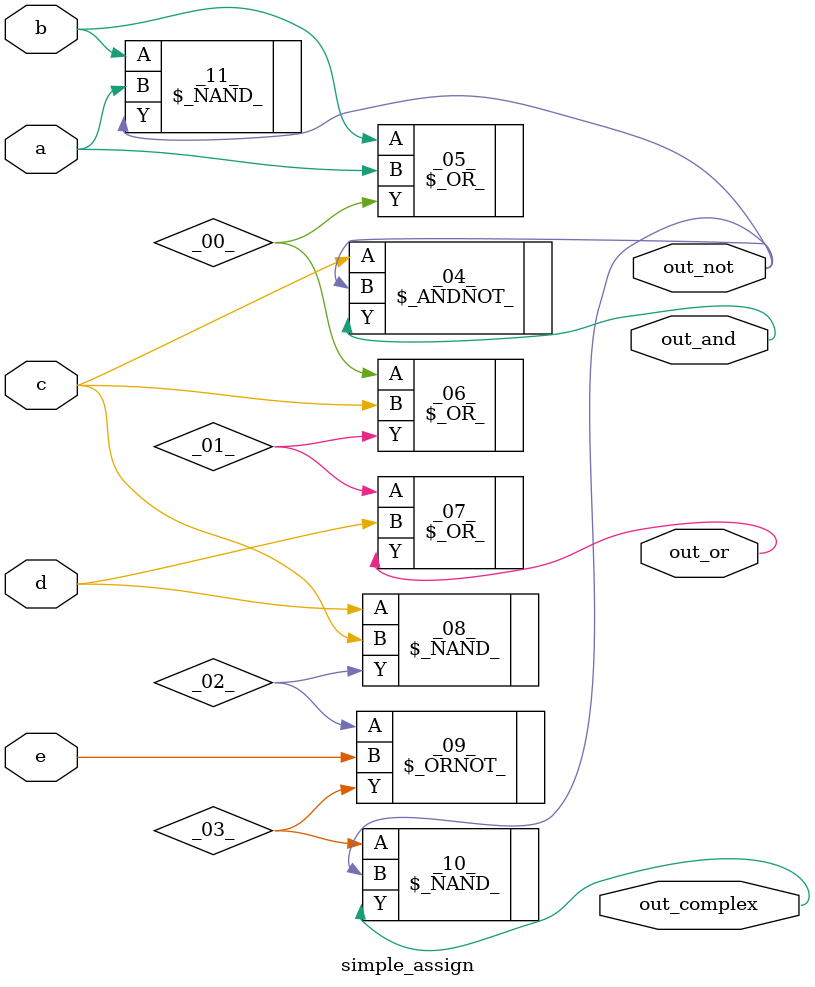
<source format=v>
/* Generated by Yosys 0.55+46 (git sha1 aa1daa702, g++ 11.4.0-1ubuntu1~22.04 -fPIC -O3) */

(* top =  1  *)
(* src = "dut.sv:1.1-19.10" *)
module simple_assign(a, b, c, d, e, out_and, out_or, out_not, out_complex);
  wire _00_;
  wire _01_;
  wire _02_;
  wire _03_;
  (* src = "dut.sv:2.16-2.17" *)
  input a;
  wire a;
  (* src = "dut.sv:3.16-3.17" *)
  input b;
  wire b;
  (* src = "dut.sv:4.16-4.17" *)
  input c;
  wire c;
  (* src = "dut.sv:5.16-5.17" *)
  input d;
  wire d;
  (* src = "dut.sv:6.16-6.17" *)
  input e;
  wire e;
  (* src = "dut.sv:7.17-7.24" *)
  output out_and;
  wire out_and;
  (* src = "dut.sv:10.17-10.28" *)
  output out_complex;
  wire out_complex;
  (* src = "dut.sv:9.17-9.24" *)
  output out_not;
  wire out_not;
  (* src = "dut.sv:8.17-8.23" *)
  output out_or;
  wire out_or;
  \$_ANDNOT_  _04_ (
    .A(c),
    .B(out_not),
    .Y(out_and)
  );
  \$_OR_  _05_ (
    .A(b),
    .B(a),
    .Y(_00_)
  );
  \$_OR_  _06_ (
    .A(_00_),
    .B(c),
    .Y(_01_)
  );
  \$_OR_  _07_ (
    .A(_01_),
    .B(d),
    .Y(out_or)
  );
  \$_NAND_  _08_ (
    .A(d),
    .B(c),
    .Y(_02_)
  );
  \$_ORNOT_  _09_ (
    .A(_02_),
    .B(e),
    .Y(_03_)
  );
  \$_NAND_  _10_ (
    .A(_03_),
    .B(out_not),
    .Y(out_complex)
  );
  \$_NAND_  _11_ (
    .A(b),
    .B(a),
    .Y(out_not)
  );
endmodule

</source>
